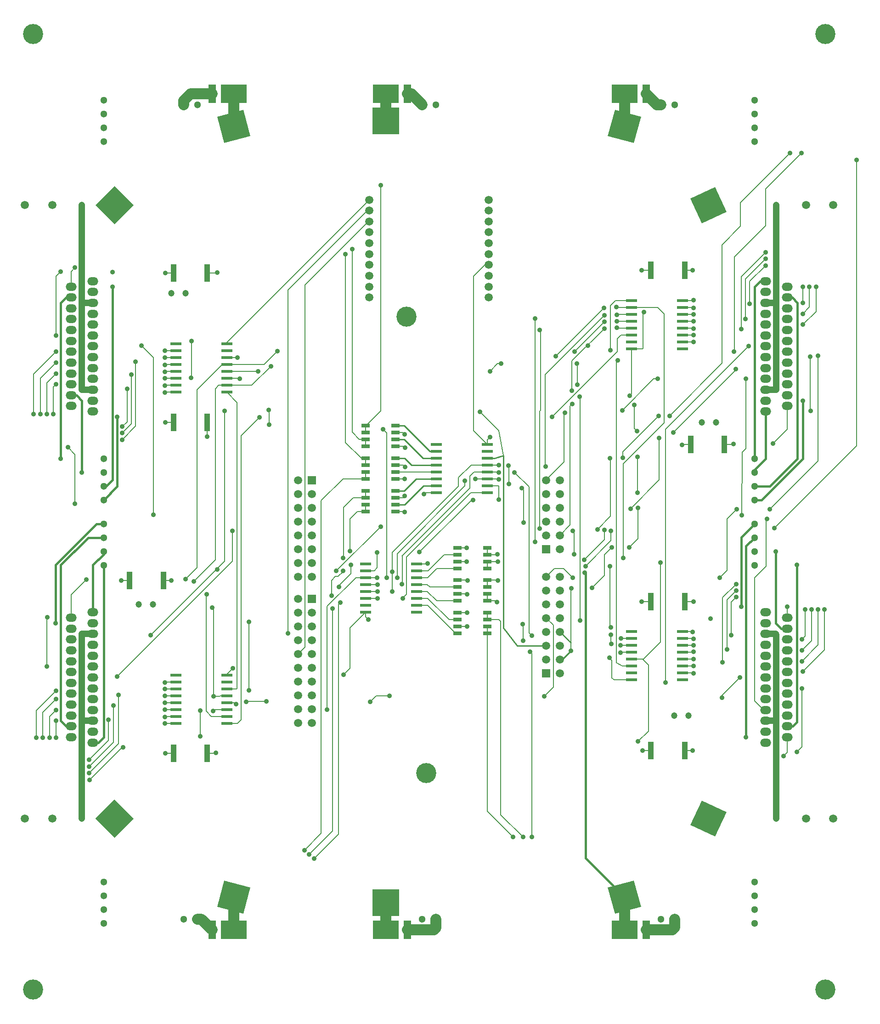
<source format=gtl>
G04 (created by PCBNEW (2013-07-07 BZR 4022)-stable) date 8/26/2014 20:30:28*
%MOIN*%
G04 Gerber Fmt 3.4, Leading zero omitted, Abs format*
%FSLAX34Y34*%
G01*
G70*
G90*
G04 APERTURE LIST*
%ADD10C,0.00590551*%
%ADD11R,0.0393701X0.125984*%
%ADD12C,0.0590551*%
%ADD13R,0.0787402X0.023622*%
%ADD14R,0.0551181X0.132283*%
%ADD15R,0.191339X0.132283*%
%ADD16O,0.0787402X0.0590551*%
%ADD17R,0.19685X0.19685*%
%ADD18R,0.0590551X0.0590551*%
%ADD19C,0.0472441*%
%ADD20R,0.0590551X0.0275591*%
%ADD21C,0.0511811*%
%ADD22C,0.145669*%
%ADD23C,0.035*%
%ADD24C,0.00787402*%
%ADD25C,0.01*%
%ADD26C,0.015748*%
%ADD27C,0.0787402*%
%ADD28C,0.0472441*%
G04 APERTURE END LIST*
G54D10*
G54D11*
X103307Y-54173D03*
X100866Y-54173D03*
X100433Y-41535D03*
X97992Y-41535D03*
X60157Y-64015D03*
X62598Y-64015D03*
X63346Y-76574D03*
X65787Y-76574D03*
X100433Y-76377D03*
X97992Y-76377D03*
X100433Y-65551D03*
X97992Y-65551D03*
X63346Y-41732D03*
X65787Y-41732D03*
X63346Y-52559D03*
X65787Y-52559D03*
G54D12*
X77559Y-36417D03*
X77559Y-37204D03*
X77559Y-37992D03*
X77559Y-38779D03*
X77559Y-39566D03*
X77559Y-40354D03*
X77559Y-41141D03*
X77559Y-41929D03*
X77559Y-42716D03*
X77559Y-43503D03*
X86220Y-43503D03*
X86220Y-42716D03*
X86220Y-41929D03*
X86220Y-41141D03*
X86220Y-40354D03*
X86220Y-39566D03*
X86220Y-38779D03*
X86220Y-37992D03*
X86220Y-37204D03*
X86220Y-36417D03*
G54D13*
X63503Y-70887D03*
X63503Y-71387D03*
X63503Y-71887D03*
X63503Y-72387D03*
X63503Y-72887D03*
X63503Y-73387D03*
X63503Y-73887D03*
X63503Y-74387D03*
X67204Y-74387D03*
X67204Y-73887D03*
X67204Y-73387D03*
X67204Y-72887D03*
X67204Y-72387D03*
X67204Y-71887D03*
X67204Y-71387D03*
X67204Y-70887D03*
X82401Y-54155D03*
X82401Y-54655D03*
X82401Y-55155D03*
X82401Y-55655D03*
X82401Y-56155D03*
X82401Y-56655D03*
X82401Y-57155D03*
X82401Y-57655D03*
X86102Y-57655D03*
X86102Y-57155D03*
X86102Y-56655D03*
X86102Y-56155D03*
X86102Y-55655D03*
X86102Y-55155D03*
X86102Y-54655D03*
X86102Y-54155D03*
X100275Y-71238D03*
X100275Y-70738D03*
X100275Y-70238D03*
X100275Y-69738D03*
X100275Y-69238D03*
X100275Y-68738D03*
X100275Y-68238D03*
X100275Y-67738D03*
X96574Y-67738D03*
X96574Y-68238D03*
X96574Y-68738D03*
X96574Y-69238D03*
X96574Y-69738D03*
X96574Y-70238D03*
X96574Y-70738D03*
X96574Y-71238D03*
X80984Y-66316D03*
X80984Y-65816D03*
X80984Y-65316D03*
X80984Y-64816D03*
X80984Y-64316D03*
X80984Y-63816D03*
X80984Y-63316D03*
X80984Y-62816D03*
X77283Y-62816D03*
X77283Y-63316D03*
X77283Y-63816D03*
X77283Y-64316D03*
X77283Y-64816D03*
X77283Y-65316D03*
X77283Y-65816D03*
X77283Y-66316D03*
X100275Y-47222D03*
X100275Y-46722D03*
X100275Y-46222D03*
X100275Y-45722D03*
X100275Y-45222D03*
X100275Y-44722D03*
X100275Y-44222D03*
X100275Y-43722D03*
X96574Y-43722D03*
X96574Y-44222D03*
X96574Y-44722D03*
X96574Y-45222D03*
X96574Y-45722D03*
X96574Y-46222D03*
X96574Y-46722D03*
X96574Y-47222D03*
X63503Y-46872D03*
X63503Y-47372D03*
X63503Y-47872D03*
X63503Y-48372D03*
X63503Y-48872D03*
X63503Y-49372D03*
X63503Y-49872D03*
X63503Y-50372D03*
X67204Y-50372D03*
X67204Y-49872D03*
X67204Y-49372D03*
X67204Y-48872D03*
X67204Y-48372D03*
X67204Y-47872D03*
X67204Y-47372D03*
X67204Y-46872D03*
G54D14*
X80314Y-28740D03*
G54D15*
X78747Y-28740D03*
G54D14*
X66141Y-89370D03*
G54D15*
X67709Y-89370D03*
G54D14*
X97637Y-89370D03*
G54D15*
X96070Y-89370D03*
G54D14*
X97637Y-28740D03*
G54D15*
X96070Y-28740D03*
G54D14*
X66141Y-28740D03*
G54D15*
X67709Y-28740D03*
G54D14*
X80314Y-89370D03*
G54D15*
X78747Y-89370D03*
G54D16*
X55905Y-51377D03*
X57480Y-51771D03*
X57480Y-50984D03*
X55905Y-50590D03*
X57480Y-49409D03*
X55905Y-49803D03*
X55905Y-49015D03*
X57480Y-50196D03*
X57480Y-48622D03*
X55905Y-48228D03*
X57480Y-47834D03*
X55905Y-47440D03*
X57480Y-47047D03*
X55905Y-46653D03*
X57480Y-46259D03*
X55905Y-45866D03*
X57480Y-45472D03*
X55905Y-45078D03*
X57480Y-44685D03*
X55905Y-44291D03*
X57480Y-43897D03*
X55905Y-43503D03*
X57480Y-43110D03*
X55905Y-42716D03*
X57480Y-42322D03*
X55905Y-75393D03*
X57480Y-75787D03*
X57480Y-75000D03*
X55905Y-74606D03*
X57480Y-73425D03*
X55905Y-73818D03*
X55905Y-73031D03*
X57480Y-74212D03*
X57480Y-72637D03*
X55905Y-72244D03*
X57480Y-71850D03*
X55905Y-71456D03*
X57480Y-71062D03*
X55905Y-70669D03*
X57480Y-70275D03*
X55905Y-69881D03*
X57480Y-69488D03*
X55905Y-69094D03*
X57480Y-68700D03*
X55905Y-68307D03*
X57480Y-67913D03*
X55905Y-67519D03*
X57480Y-67125D03*
X55905Y-66732D03*
X57480Y-66338D03*
X107874Y-42716D03*
X106299Y-42322D03*
X106299Y-43110D03*
X107874Y-43503D03*
X106299Y-44685D03*
X107874Y-44291D03*
X107874Y-45078D03*
X106299Y-43897D03*
X106299Y-45472D03*
X107874Y-45866D03*
X106299Y-46259D03*
X107874Y-46653D03*
X106299Y-47047D03*
X107874Y-47440D03*
X106299Y-47834D03*
X107874Y-48228D03*
X106299Y-48622D03*
X107874Y-49015D03*
X106299Y-49409D03*
X107874Y-49803D03*
X106299Y-50196D03*
X107874Y-50590D03*
X106299Y-50984D03*
X107874Y-51377D03*
X106299Y-51771D03*
X107874Y-66732D03*
X106299Y-66338D03*
X106299Y-67125D03*
X107874Y-67519D03*
X106299Y-68700D03*
X107874Y-68307D03*
X107874Y-69094D03*
X106299Y-67913D03*
X106299Y-69488D03*
X107874Y-69881D03*
X106299Y-70275D03*
X107874Y-70669D03*
X106299Y-71062D03*
X107874Y-71456D03*
X106299Y-71850D03*
X107874Y-72244D03*
X106299Y-72637D03*
X107874Y-73031D03*
X106299Y-73425D03*
X107874Y-73818D03*
X106299Y-74212D03*
X107874Y-74606D03*
X106299Y-75000D03*
X107874Y-75393D03*
X106299Y-75787D03*
G54D10*
G36*
X60447Y-81299D02*
X59055Y-82691D01*
X57663Y-81299D01*
X59055Y-79907D01*
X60447Y-81299D01*
X60447Y-81299D01*
G37*
G36*
X100857Y-36334D02*
X102641Y-35503D01*
X103473Y-37287D01*
X101689Y-38119D01*
X100857Y-36334D01*
X100857Y-36334D01*
G37*
G36*
X102641Y-82607D02*
X100857Y-81775D01*
X101689Y-79991D01*
X103473Y-80823D01*
X102641Y-82607D01*
X102641Y-82607D01*
G37*
G36*
X94857Y-31798D02*
X95367Y-29896D01*
X97268Y-30406D01*
X96758Y-32307D01*
X94857Y-31798D01*
X94857Y-31798D01*
G37*
G36*
X59055Y-38202D02*
X57663Y-36811D01*
X59055Y-35419D01*
X60447Y-36811D01*
X59055Y-38202D01*
X59055Y-38202D01*
G37*
G54D17*
X78740Y-87401D03*
G54D10*
G36*
X67020Y-32307D02*
X66511Y-30406D01*
X68412Y-29896D01*
X68921Y-31798D01*
X67020Y-32307D01*
X67020Y-32307D01*
G37*
G36*
X95367Y-88213D02*
X94857Y-86311D01*
X96758Y-85802D01*
X97268Y-87703D01*
X95367Y-88213D01*
X95367Y-88213D01*
G37*
G54D17*
X78740Y-30708D03*
G54D10*
G36*
X66511Y-87703D02*
X67020Y-85802D01*
X68921Y-86311D01*
X68412Y-88213D01*
X66511Y-87703D01*
X66511Y-87703D01*
G37*
G54D18*
X90389Y-70748D03*
G54D12*
X90389Y-69748D03*
X90389Y-68748D03*
X90389Y-67748D03*
X90389Y-66748D03*
X90389Y-65748D03*
X90389Y-64748D03*
X90389Y-63748D03*
X91389Y-63748D03*
X91389Y-64748D03*
X91389Y-65748D03*
X91389Y-66748D03*
X91389Y-67748D03*
X91389Y-68748D03*
X91389Y-69748D03*
X91389Y-70748D03*
G54D18*
X90389Y-61748D03*
G54D12*
X90389Y-60748D03*
X90389Y-59748D03*
X90389Y-58748D03*
X90389Y-57748D03*
X90389Y-56748D03*
X91389Y-56748D03*
X91389Y-57748D03*
X91389Y-58748D03*
X91389Y-59748D03*
X91389Y-60748D03*
X91389Y-61748D03*
X72389Y-70348D03*
X73389Y-70348D03*
X73389Y-71348D03*
X72389Y-71348D03*
X72389Y-73348D03*
X73389Y-73348D03*
X73389Y-72348D03*
X72389Y-72348D03*
X73389Y-74348D03*
X72389Y-74348D03*
X72389Y-69348D03*
X73389Y-69348D03*
X72389Y-67348D03*
X73389Y-67348D03*
X73389Y-68348D03*
X72389Y-68348D03*
X72389Y-66348D03*
X73389Y-66348D03*
G54D18*
X73389Y-65348D03*
G54D12*
X73389Y-63748D03*
X73389Y-62748D03*
X73389Y-61748D03*
X73389Y-60748D03*
X73389Y-59748D03*
X73389Y-58748D03*
X73389Y-57748D03*
G54D18*
X73389Y-56748D03*
G54D12*
X72389Y-56748D03*
X72389Y-57748D03*
X72389Y-58748D03*
X72389Y-59748D03*
X72389Y-60748D03*
X72389Y-61748D03*
X72389Y-62748D03*
X72389Y-63748D03*
X72389Y-65348D03*
G54D19*
X60826Y-65748D03*
X61850Y-65748D03*
X63188Y-43188D03*
X64212Y-43188D03*
X102716Y-52559D03*
X101692Y-52559D03*
X100708Y-73818D03*
X99685Y-73818D03*
G54D20*
X79429Y-53293D03*
X79429Y-53793D03*
X79429Y-52793D03*
X79429Y-54293D03*
X77263Y-54293D03*
X77263Y-53793D03*
X77263Y-53293D03*
X77263Y-52793D03*
X83956Y-62651D03*
X83956Y-62151D03*
X83956Y-63151D03*
X83956Y-61651D03*
X86122Y-61651D03*
X86122Y-62151D03*
X86122Y-62651D03*
X86122Y-63151D03*
X83956Y-65013D03*
X83956Y-64513D03*
X83956Y-65513D03*
X83956Y-64013D03*
X86122Y-64013D03*
X86122Y-64513D03*
X86122Y-65013D03*
X86122Y-65513D03*
X79429Y-55655D03*
X79429Y-56155D03*
X79429Y-55155D03*
X79429Y-56655D03*
X77263Y-56655D03*
X77263Y-56155D03*
X77263Y-55655D03*
X77263Y-55155D03*
X79429Y-58017D03*
X79429Y-58517D03*
X79429Y-57517D03*
X79429Y-59017D03*
X77263Y-59017D03*
X77263Y-58517D03*
X77263Y-58017D03*
X77263Y-57517D03*
X83956Y-67375D03*
X83956Y-66875D03*
X83956Y-67875D03*
X83956Y-66375D03*
X86122Y-66375D03*
X86122Y-66875D03*
X86122Y-67375D03*
X86122Y-67875D03*
G54D21*
X105511Y-60917D03*
X105511Y-61917D03*
X105511Y-59917D03*
X105511Y-62917D03*
X58267Y-87901D03*
X58267Y-86901D03*
X58267Y-88901D03*
X58267Y-85901D03*
X105511Y-86901D03*
X105511Y-87901D03*
X105511Y-85901D03*
X105511Y-88901D03*
X105511Y-30208D03*
X105511Y-31208D03*
X105511Y-29208D03*
X105511Y-32208D03*
X105511Y-56192D03*
X105511Y-57192D03*
X105511Y-55192D03*
X105511Y-58192D03*
X58267Y-31208D03*
X58267Y-30208D03*
X58267Y-32208D03*
X58267Y-29208D03*
X58267Y-57192D03*
X58267Y-56192D03*
X58267Y-58192D03*
X58267Y-55192D03*
X58267Y-61917D03*
X58267Y-60917D03*
X58267Y-62917D03*
X58267Y-59917D03*
X82389Y-88582D03*
X81389Y-88582D03*
X64066Y-29527D03*
X65066Y-29527D03*
X99712Y-88582D03*
X98712Y-88582D03*
X81389Y-29527D03*
X82389Y-29527D03*
X65066Y-88582D03*
X64066Y-88582D03*
X98712Y-29527D03*
X99712Y-29527D03*
G54D12*
X111220Y-81299D03*
X109251Y-81299D03*
X52559Y-81299D03*
X54527Y-81299D03*
X52559Y-36811D03*
X54527Y-36811D03*
X111220Y-36811D03*
X109251Y-36811D03*
G54D22*
X53149Y-24409D03*
X110629Y-24409D03*
X53149Y-93700D03*
X110629Y-93700D03*
X80236Y-44881D03*
X81692Y-77992D03*
G54D23*
X102322Y-66811D03*
X77480Y-66850D03*
X86299Y-53622D03*
X75669Y-70866D03*
X67637Y-70393D03*
X97480Y-44566D03*
X92204Y-64606D03*
X93700Y-64566D03*
X95157Y-61614D03*
X96417Y-61614D03*
X97047Y-58779D03*
X97007Y-57677D03*
X97007Y-55078D03*
X96968Y-53188D03*
X96771Y-51299D03*
X96456Y-50629D03*
X92165Y-69133D03*
X94960Y-69645D03*
X93188Y-63464D03*
X79212Y-64842D03*
X79212Y-63385D03*
X78149Y-64842D03*
X87677Y-57047D03*
X87637Y-55708D03*
X86929Y-55669D03*
X86929Y-58149D03*
X85078Y-58188D03*
X81181Y-61968D03*
X78110Y-62007D03*
X61889Y-59251D03*
X61023Y-47007D03*
X59251Y-70984D03*
X67598Y-60433D03*
X99055Y-71417D03*
X105078Y-47047D03*
X103149Y-72519D03*
X104448Y-71062D03*
X66141Y-65984D03*
X64212Y-63937D03*
X97047Y-75708D03*
X65275Y-75314D03*
X65275Y-73464D03*
X66259Y-72440D03*
X98661Y-62716D03*
X70866Y-47401D03*
X93425Y-47007D03*
X92283Y-51220D03*
X92244Y-50275D03*
X94606Y-45748D03*
X95511Y-45708D03*
X64803Y-64094D03*
X65748Y-65039D03*
X95472Y-44212D03*
X94566Y-44251D03*
X91062Y-47755D03*
X70393Y-48503D03*
X95984Y-62401D03*
X95000Y-62992D03*
X95078Y-67440D03*
X95826Y-68228D03*
X66496Y-63228D03*
X75157Y-63346D03*
X78385Y-60118D03*
X88740Y-59842D03*
X88622Y-57322D03*
X61692Y-67992D03*
X67047Y-51732D03*
X64606Y-49330D03*
X64645Y-46653D03*
X104566Y-59291D03*
X106417Y-59566D03*
X104881Y-49409D03*
X98464Y-49409D03*
X95905Y-51692D03*
X91732Y-51850D03*
X78818Y-63818D03*
X78543Y-53070D03*
X70275Y-52716D03*
X70236Y-51653D03*
X68149Y-49409D03*
X66220Y-73503D03*
X74488Y-73385D03*
X78110Y-63818D03*
X79566Y-63818D03*
X85236Y-56653D03*
X84488Y-56811D03*
X86929Y-56692D03*
X90354Y-55748D03*
X94606Y-44803D03*
X95511Y-44763D03*
X95787Y-68740D03*
X67992Y-47874D03*
X85590Y-51811D03*
X89330Y-68031D03*
X88070Y-56181D03*
X86929Y-56181D03*
X78149Y-64330D03*
X79921Y-64291D03*
X79960Y-65314D03*
X78149Y-65314D03*
X90236Y-72440D03*
X79015Y-72401D03*
X77598Y-72834D03*
X70078Y-72795D03*
X68622Y-72834D03*
X67874Y-72992D03*
X87125Y-48307D03*
X86299Y-48858D03*
X69488Y-48858D03*
X92834Y-66929D03*
X92795Y-50708D03*
X92637Y-49842D03*
X92598Y-48307D03*
X92440Y-47440D03*
X94606Y-45275D03*
X95511Y-45236D03*
X95078Y-67952D03*
X95118Y-68622D03*
X95787Y-69251D03*
X68818Y-72007D03*
X68818Y-67047D03*
X56181Y-58464D03*
X55669Y-54370D03*
X53188Y-51968D03*
X54803Y-47440D03*
X59685Y-76141D03*
X57244Y-78503D03*
X53385Y-75433D03*
X54803Y-72047D03*
X110118Y-47716D03*
X92322Y-63818D03*
X102992Y-63818D03*
X104212Y-58858D03*
X106614Y-58858D03*
X90826Y-52165D03*
X69566Y-52204D03*
X110590Y-66141D03*
X109015Y-70629D03*
X95039Y-47322D03*
X95590Y-48070D03*
X89566Y-61220D03*
X89566Y-45039D03*
X89921Y-60279D03*
X89921Y-45866D03*
X71653Y-67874D03*
X62716Y-50393D03*
X97362Y-76377D03*
X81771Y-62795D03*
X84606Y-61653D03*
X84606Y-62677D03*
X80118Y-53425D03*
X80157Y-54409D03*
X80157Y-55787D03*
X80118Y-56653D03*
X80118Y-59055D03*
X80118Y-57913D03*
X81496Y-57755D03*
X84685Y-64015D03*
X84645Y-65039D03*
X84645Y-66377D03*
X84645Y-67362D03*
X62716Y-74409D03*
X63188Y-64015D03*
X66417Y-76535D03*
X65787Y-53582D03*
X66496Y-41692D03*
X101062Y-43700D03*
X97322Y-41535D03*
X100236Y-54212D03*
X101023Y-67755D03*
X97322Y-65551D03*
X54133Y-70275D03*
X54173Y-66692D03*
X56692Y-81299D03*
X62716Y-73937D03*
X58622Y-74133D03*
X57204Y-77047D03*
X54803Y-75433D03*
X54803Y-74212D03*
X54763Y-67125D03*
X57007Y-63976D03*
X59527Y-64015D03*
X62716Y-71889D03*
X59330Y-72322D03*
X57204Y-77992D03*
X53858Y-75433D03*
X54803Y-72637D03*
X62755Y-76574D03*
X62716Y-73385D03*
X62716Y-72913D03*
X58976Y-73110D03*
X57204Y-77519D03*
X54330Y-75433D03*
X54803Y-73425D03*
X62716Y-72401D03*
X62716Y-71417D03*
X109527Y-47795D03*
X109566Y-51732D03*
X107874Y-47440D03*
X109015Y-50984D03*
X109015Y-43897D03*
X109015Y-42716D03*
X101062Y-44251D03*
X105157Y-43976D03*
X106299Y-41181D03*
X106850Y-54094D03*
X103976Y-54133D03*
X101062Y-45236D03*
X104842Y-45078D03*
X106299Y-40708D03*
X109488Y-42716D03*
X109015Y-44685D03*
X101023Y-41535D03*
X101062Y-44724D03*
X101062Y-45748D03*
X101062Y-46220D03*
X104527Y-45787D03*
X106299Y-40236D03*
X109960Y-42716D03*
X109015Y-45472D03*
X101062Y-46732D03*
X107086Y-36811D03*
X107047Y-61929D03*
X104527Y-65944D03*
X108937Y-71850D03*
X108582Y-76456D03*
X101062Y-68267D03*
X103818Y-67992D03*
X104173Y-65236D03*
X109173Y-66141D03*
X108937Y-68307D03*
X104881Y-75393D03*
X108582Y-62913D03*
X107598Y-76771D03*
X101023Y-76377D03*
X101062Y-69212D03*
X103503Y-69015D03*
X104173Y-64763D03*
X109645Y-66141D03*
X108937Y-69094D03*
X101062Y-65551D03*
X107874Y-65944D03*
X101062Y-68740D03*
X101062Y-69724D03*
X101062Y-70236D03*
X103188Y-69960D03*
X104173Y-64291D03*
X110118Y-66141D03*
X108937Y-69881D03*
X101062Y-70748D03*
X107086Y-81299D03*
X73543Y-84212D03*
X75433Y-65629D03*
X75354Y-64488D03*
X76220Y-62913D03*
X76141Y-61889D03*
X73188Y-83897D03*
X75629Y-62401D03*
X75629Y-63346D03*
X74803Y-65118D03*
X74881Y-66062D03*
X76299Y-40000D03*
X78385Y-35354D03*
X72834Y-83582D03*
X75826Y-40354D03*
X59251Y-52165D03*
X58897Y-41653D03*
X55157Y-41614D03*
X54803Y-46259D03*
X56692Y-56181D03*
X62716Y-49881D03*
X59960Y-50118D03*
X59606Y-52874D03*
X54606Y-51968D03*
X54803Y-49803D03*
X58897Y-42716D03*
X55157Y-55196D03*
X62755Y-41732D03*
X56181Y-41338D03*
X62716Y-48385D03*
X62755Y-52559D03*
X62716Y-49370D03*
X62716Y-48897D03*
X60275Y-49094D03*
X59606Y-53346D03*
X54133Y-51968D03*
X54803Y-49015D03*
X60590Y-48149D03*
X59606Y-53818D03*
X53661Y-51968D03*
X54803Y-48228D03*
X62716Y-47874D03*
X62716Y-47362D03*
X56692Y-36811D03*
X88700Y-82637D03*
X86850Y-62125D03*
X92401Y-62125D03*
X92322Y-60433D03*
X94094Y-60314D03*
X95000Y-55157D03*
X95944Y-55118D03*
X98543Y-52086D03*
X99330Y-52086D03*
X108070Y-33031D03*
X108897Y-33031D03*
X104015Y-47440D03*
X104133Y-48700D03*
X99606Y-53307D03*
X98582Y-53700D03*
X96496Y-58818D03*
X94606Y-60354D03*
X93149Y-62519D03*
X86889Y-62677D03*
X87992Y-82637D03*
X112913Y-33543D03*
X106929Y-60236D03*
X95078Y-60433D03*
X93228Y-62992D03*
X86889Y-64015D03*
X89330Y-82637D03*
X89212Y-69212D03*
X88700Y-68385D03*
X88661Y-67204D03*
X86811Y-65590D03*
G54D24*
X86220Y-41141D02*
X85944Y-41141D01*
X85118Y-53171D02*
X86102Y-54155D01*
X85118Y-41968D02*
X85118Y-53171D01*
X85944Y-41141D02*
X85118Y-41968D01*
X77283Y-66316D02*
X77283Y-66653D01*
X77283Y-66653D02*
X77480Y-66850D01*
X86102Y-54155D02*
X86102Y-53818D01*
X86102Y-53818D02*
X86299Y-53622D01*
X67204Y-70887D02*
X67204Y-70826D01*
X76141Y-67458D02*
X77283Y-66316D01*
X76141Y-70393D02*
X76141Y-67458D01*
X75669Y-70866D02*
X76141Y-70393D01*
X67204Y-70826D02*
X67637Y-70393D01*
X67204Y-46872D02*
X67204Y-46771D01*
X67204Y-46771D02*
X77559Y-36417D01*
X97480Y-44566D02*
X97401Y-44645D01*
X97401Y-44645D02*
X97401Y-47204D01*
X97401Y-47204D02*
X97383Y-47222D01*
X97383Y-47222D02*
X96574Y-47222D01*
X92165Y-68523D02*
X92165Y-64645D01*
X92165Y-64645D02*
X92204Y-64606D01*
X93700Y-64566D02*
X94606Y-63661D01*
X94606Y-63661D02*
X94606Y-62165D01*
X94606Y-62165D02*
X95157Y-61614D01*
X96417Y-61614D02*
X97047Y-60984D01*
X97047Y-60984D02*
X97047Y-58779D01*
X97007Y-57677D02*
X97007Y-55078D01*
X96574Y-50511D02*
X96574Y-47222D01*
X96968Y-53188D02*
X96771Y-52992D01*
X96771Y-52992D02*
X96771Y-51299D01*
X96456Y-50629D02*
X96574Y-50511D01*
X92165Y-69094D02*
X92165Y-69133D01*
X92165Y-69094D02*
X92165Y-68523D01*
X94960Y-69645D02*
X95157Y-69842D01*
X95157Y-69842D02*
X95157Y-71102D01*
X95157Y-71102D02*
X95293Y-71238D01*
X95293Y-71238D02*
X96574Y-71238D01*
G54D25*
X91389Y-69748D02*
X91551Y-69748D01*
X91551Y-69748D02*
X92165Y-69133D01*
X92165Y-68523D02*
X91389Y-67748D01*
G54D26*
X93228Y-84173D02*
X96062Y-87007D01*
X93228Y-63503D02*
X93228Y-84173D01*
X93188Y-63464D02*
X93228Y-63503D01*
G54D27*
X78747Y-89370D02*
X78747Y-87408D01*
X78747Y-87408D02*
X78740Y-87401D01*
X96070Y-89370D02*
X96070Y-87014D01*
X96070Y-87014D02*
X96062Y-87007D01*
X67709Y-28740D02*
X67709Y-31095D01*
X67709Y-31095D02*
X67716Y-31102D01*
X96070Y-28740D02*
X96070Y-31095D01*
X96070Y-31095D02*
X96062Y-31102D01*
X78747Y-28740D02*
X78747Y-30701D01*
X78747Y-30701D02*
X78740Y-30708D01*
X67716Y-87007D02*
X67716Y-89362D01*
X67716Y-89362D02*
X67709Y-89370D01*
G54D24*
X79212Y-63385D02*
X79212Y-62007D01*
X79212Y-62007D02*
X84015Y-57204D01*
X84015Y-57204D02*
X84015Y-56574D01*
X84015Y-56574D02*
X84935Y-55655D01*
X86102Y-55655D02*
X84935Y-55655D01*
X78124Y-64816D02*
X78149Y-64842D01*
X78124Y-64816D02*
X77283Y-64816D01*
X79212Y-64842D02*
X79212Y-63385D01*
X86102Y-55655D02*
X86915Y-55655D01*
X87677Y-55748D02*
X87677Y-57047D01*
X87637Y-55708D02*
X87677Y-55748D01*
X86915Y-55655D02*
X86929Y-55669D01*
X77283Y-63316D02*
X77903Y-63316D01*
X86919Y-57155D02*
X86102Y-57155D01*
X86929Y-57165D02*
X86919Y-57155D01*
X86929Y-58149D02*
X86929Y-57165D01*
X84960Y-58188D02*
X85078Y-58188D01*
X81181Y-61968D02*
X84960Y-58188D01*
X78110Y-63110D02*
X78110Y-62007D01*
X77903Y-63316D02*
X78110Y-63110D01*
X61889Y-47874D02*
X61889Y-59251D01*
X61023Y-47007D02*
X61889Y-47874D01*
X59251Y-70984D02*
X67598Y-62637D01*
X67598Y-62637D02*
X67598Y-60433D01*
X99055Y-53070D02*
X99055Y-71417D01*
X105078Y-47047D02*
X99055Y-53070D01*
X103149Y-72362D02*
X103149Y-72519D01*
X104448Y-71062D02*
X103149Y-72362D01*
X66259Y-72440D02*
X66259Y-66102D01*
X66259Y-66102D02*
X66141Y-65984D01*
X64212Y-63937D02*
X65039Y-63110D01*
X65039Y-63110D02*
X65039Y-50196D01*
X65039Y-50196D02*
X66864Y-48372D01*
X66864Y-48372D02*
X67204Y-48372D01*
X67204Y-72387D02*
X66718Y-72387D01*
X97795Y-70157D02*
X97375Y-69738D01*
X97795Y-74960D02*
X97795Y-70157D01*
X97047Y-75708D02*
X97795Y-74960D01*
X65275Y-73464D02*
X65275Y-75314D01*
X66665Y-72440D02*
X66259Y-72440D01*
X66718Y-72387D02*
X66665Y-72440D01*
X96574Y-69738D02*
X97375Y-69738D01*
X97375Y-69738D02*
X97427Y-69738D01*
X98661Y-68503D02*
X98661Y-62716D01*
X97427Y-69738D02*
X98661Y-68503D01*
X67204Y-48372D02*
X69895Y-48372D01*
X69895Y-48372D02*
X70866Y-47401D01*
X96574Y-45722D02*
X95525Y-45722D01*
X92125Y-60011D02*
X91389Y-60748D01*
X92125Y-51377D02*
X92125Y-60011D01*
X92283Y-51220D02*
X92125Y-51377D01*
X92244Y-48110D02*
X92244Y-50275D01*
X94606Y-45748D02*
X92244Y-48110D01*
X95525Y-45722D02*
X95511Y-45708D01*
X67204Y-73887D02*
X66092Y-73887D01*
X66624Y-49872D02*
X67204Y-49872D01*
X66377Y-50118D02*
X66624Y-49872D01*
X66377Y-62519D02*
X66377Y-50118D01*
X64803Y-64094D02*
X66377Y-62519D01*
X65708Y-65078D02*
X65748Y-65039D01*
X65708Y-73503D02*
X65708Y-65078D01*
X66092Y-73887D02*
X65708Y-73503D01*
X67204Y-49872D02*
X69025Y-49872D01*
X95482Y-44222D02*
X96574Y-44222D01*
X95472Y-44212D02*
X95482Y-44222D01*
X91062Y-47755D02*
X94566Y-44251D01*
X69025Y-49872D02*
X70393Y-48503D01*
X96574Y-44222D02*
X98474Y-44222D01*
X95984Y-55551D02*
X95984Y-62401D01*
X98937Y-52598D02*
X95984Y-55551D01*
X98937Y-44685D02*
X98937Y-52598D01*
X98474Y-44222D02*
X98937Y-44685D01*
X96574Y-68238D02*
X95836Y-68238D01*
X95000Y-67362D02*
X95000Y-62992D01*
X95078Y-67440D02*
X95000Y-67362D01*
X95836Y-68238D02*
X95826Y-68228D01*
X66496Y-63228D02*
X66476Y-63208D01*
X78385Y-60118D02*
X75157Y-63346D01*
X88740Y-57440D02*
X88740Y-59842D01*
X88622Y-57322D02*
X88740Y-57440D01*
X61692Y-67992D02*
X66476Y-63208D01*
X66476Y-63208D02*
X67047Y-62637D01*
X67047Y-62637D02*
X67047Y-51732D01*
X64606Y-49330D02*
X64645Y-49291D01*
X64645Y-49291D02*
X64645Y-46653D01*
X104606Y-54724D02*
X104566Y-59291D01*
X106338Y-62992D02*
X105511Y-63818D01*
X106338Y-59645D02*
X106338Y-62992D01*
X106417Y-59566D02*
X106338Y-59645D01*
X106299Y-73425D02*
X106181Y-73425D01*
X104881Y-54448D02*
X104881Y-49409D01*
X104606Y-54724D02*
X104881Y-54448D01*
X105511Y-72755D02*
X105511Y-63818D01*
X106181Y-73425D02*
X105511Y-72755D01*
X90389Y-56748D02*
X90389Y-56736D01*
X98188Y-49409D02*
X98464Y-49409D01*
X95905Y-51692D02*
X98188Y-49409D01*
X91692Y-51889D02*
X91732Y-51850D01*
X91692Y-55433D02*
X91692Y-51889D01*
X90389Y-56736D02*
X91692Y-55433D01*
X78818Y-53346D02*
X78818Y-63818D01*
X78543Y-53070D02*
X78818Y-53346D01*
X67204Y-49372D02*
X68112Y-49372D01*
X70275Y-51692D02*
X70275Y-52716D01*
X70236Y-51653D02*
X70275Y-51692D01*
X68112Y-49372D02*
X68149Y-49409D01*
X77283Y-63816D02*
X76576Y-63816D01*
X66336Y-73387D02*
X67204Y-73387D01*
X66220Y-73503D02*
X66336Y-73387D01*
X74488Y-65905D02*
X74488Y-73385D01*
X76576Y-63816D02*
X74488Y-65905D01*
X78108Y-63816D02*
X78110Y-63818D01*
X78108Y-63816D02*
X77283Y-63816D01*
X79566Y-62086D02*
X84488Y-57165D01*
X79566Y-63818D02*
X79566Y-62086D01*
X86102Y-56655D02*
X85238Y-56655D01*
X85236Y-56653D02*
X85238Y-56655D01*
X84488Y-57165D02*
X84488Y-56811D01*
X86102Y-56655D02*
X86891Y-56655D01*
X86891Y-56655D02*
X86929Y-56692D01*
X96574Y-44722D02*
X95553Y-44722D01*
X90314Y-55708D02*
X90354Y-55748D01*
X90314Y-49094D02*
X90314Y-55708D01*
X94606Y-44803D02*
X90314Y-49094D01*
X95553Y-44722D02*
X95511Y-44763D01*
X96574Y-68738D02*
X95789Y-68738D01*
X95789Y-68738D02*
X95787Y-68740D01*
G54D25*
X87283Y-54960D02*
X87283Y-67480D01*
X88275Y-68748D02*
X90389Y-68748D01*
X87283Y-67480D02*
X88275Y-68748D01*
G54D24*
X67204Y-47872D02*
X67990Y-47872D01*
X67990Y-47872D02*
X67992Y-47874D01*
X85590Y-51811D02*
X86929Y-53149D01*
X86929Y-53149D02*
X87283Y-54960D01*
G54D25*
X86655Y-55155D02*
X86102Y-55155D01*
X87283Y-54960D02*
X86655Y-55155D01*
G54D24*
X86102Y-56155D02*
X86903Y-56155D01*
X89133Y-67834D02*
X89330Y-68031D01*
X89133Y-57244D02*
X89133Y-67834D01*
X88070Y-56181D02*
X89133Y-57244D01*
X86903Y-56155D02*
X86929Y-56181D01*
X78135Y-64316D02*
X78149Y-64330D01*
X77283Y-64316D02*
X78135Y-64316D01*
X79940Y-64271D02*
X79940Y-62224D01*
X79921Y-64291D02*
X79940Y-64271D01*
X85143Y-56155D02*
X86102Y-56155D01*
X84842Y-56456D02*
X85143Y-56155D01*
X84842Y-57322D02*
X84842Y-56456D01*
X79921Y-62244D02*
X79940Y-62224D01*
X79940Y-62224D02*
X84842Y-57322D01*
X77283Y-65316D02*
X78147Y-65316D01*
X79958Y-65316D02*
X80236Y-65039D01*
X80236Y-65039D02*
X80236Y-62322D01*
X80236Y-62322D02*
X84903Y-57655D01*
X84903Y-57655D02*
X86102Y-57655D01*
X79960Y-65314D02*
X79958Y-65316D01*
X78147Y-65316D02*
X78149Y-65314D01*
X67204Y-72887D02*
X67769Y-72887D01*
X90905Y-67263D02*
X90389Y-66748D01*
X90905Y-71771D02*
X90905Y-67263D01*
X90236Y-72440D02*
X90905Y-71771D01*
X78031Y-72401D02*
X79015Y-72401D01*
X77598Y-72834D02*
X78031Y-72401D01*
X68661Y-72795D02*
X70078Y-72795D01*
X68622Y-72834D02*
X68661Y-72795D01*
X67769Y-72887D02*
X67874Y-72992D01*
X67204Y-48872D02*
X69474Y-48872D01*
X86850Y-48307D02*
X87125Y-48307D01*
X86299Y-48858D02*
X86850Y-48307D01*
X69474Y-48872D02*
X69488Y-48858D01*
X96574Y-45222D02*
X95525Y-45222D01*
X92834Y-64566D02*
X92834Y-66929D01*
X92834Y-50748D02*
X92834Y-64566D01*
X92795Y-50708D02*
X92834Y-50748D01*
X92637Y-48346D02*
X92637Y-49842D01*
X92598Y-48307D02*
X92637Y-48346D01*
X94606Y-45275D02*
X92440Y-47440D01*
X95525Y-45222D02*
X95511Y-45236D01*
X96574Y-69238D02*
X95801Y-69238D01*
X95078Y-68582D02*
X95078Y-67952D01*
X95118Y-68622D02*
X95078Y-68582D01*
X95801Y-69238D02*
X95787Y-69251D01*
X68818Y-67047D02*
X68818Y-72007D01*
X56181Y-54881D02*
X56181Y-58464D01*
X55669Y-54370D02*
X56181Y-54881D01*
X53188Y-49055D02*
X53188Y-51968D01*
X54803Y-47440D02*
X53188Y-49055D01*
X59606Y-76141D02*
X59685Y-76141D01*
X57244Y-78503D02*
X59606Y-76141D01*
X53385Y-73464D02*
X53385Y-75433D01*
X54803Y-72047D02*
X53385Y-73464D01*
X67204Y-71887D02*
X67915Y-71887D01*
X67952Y-51120D02*
X67204Y-50372D01*
X67952Y-71850D02*
X67952Y-51120D01*
X67915Y-71887D02*
X67952Y-71850D01*
X110118Y-47716D02*
X110118Y-55354D01*
X90988Y-63149D02*
X90389Y-63748D01*
X91653Y-63149D02*
X90988Y-63149D01*
X92322Y-63818D02*
X91653Y-63149D01*
X103503Y-63307D02*
X102992Y-63818D01*
X103503Y-59566D02*
X103503Y-63307D01*
X104212Y-58858D02*
X103503Y-59566D01*
X110118Y-55354D02*
X106614Y-58858D01*
X68208Y-74153D02*
X68228Y-74133D01*
X68228Y-74133D02*
X68228Y-53543D01*
X95824Y-46222D02*
X96574Y-46222D01*
X95551Y-46496D02*
X95824Y-46222D01*
X95551Y-47440D02*
X95551Y-46496D01*
X90826Y-52165D02*
X95551Y-47440D01*
X68228Y-53543D02*
X69566Y-52204D01*
X67204Y-74387D02*
X67974Y-74387D01*
X67974Y-74387D02*
X68208Y-74153D01*
X110590Y-69055D02*
X110590Y-66141D01*
X109015Y-70629D02*
X110590Y-69055D01*
X96574Y-70238D02*
X95907Y-70238D01*
X95411Y-43722D02*
X95039Y-44094D01*
X95039Y-44094D02*
X95039Y-47322D01*
X95590Y-48070D02*
X95472Y-48188D01*
X95472Y-48188D02*
X95472Y-70000D01*
X95411Y-43722D02*
X96574Y-43722D01*
X95907Y-70238D02*
X95472Y-70000D01*
X89566Y-45039D02*
X89566Y-58503D01*
X89566Y-58503D02*
X89566Y-61220D01*
X89960Y-51692D02*
X89960Y-45905D01*
X89960Y-51692D02*
X89921Y-51732D01*
X89921Y-51732D02*
X89921Y-60279D01*
X89960Y-45905D02*
X89921Y-45866D01*
X77559Y-37204D02*
X77401Y-37204D01*
X77401Y-37204D02*
X71653Y-42952D01*
X71653Y-42952D02*
X71653Y-67874D01*
X77559Y-37992D02*
X77480Y-37992D01*
X77480Y-37992D02*
X72874Y-42598D01*
X72874Y-42598D02*
X72874Y-68863D01*
X72874Y-68863D02*
X72389Y-69348D01*
X63503Y-50372D02*
X62738Y-50372D01*
X62738Y-50372D02*
X62716Y-50393D01*
X97992Y-76377D02*
X97362Y-76377D01*
X80984Y-62816D02*
X81750Y-62816D01*
X81750Y-62816D02*
X81771Y-62795D01*
X83956Y-61651D02*
X84604Y-61651D01*
X84604Y-61651D02*
X84606Y-61653D01*
X83956Y-62651D02*
X84580Y-62651D01*
X84580Y-62651D02*
X84606Y-62677D01*
X79429Y-53293D02*
X79986Y-53293D01*
X79986Y-53293D02*
X80118Y-53425D01*
X79429Y-54293D02*
X80041Y-54293D01*
X80041Y-54293D02*
X80157Y-54409D01*
X79429Y-55655D02*
X80025Y-55655D01*
X80025Y-55655D02*
X80157Y-55787D01*
X79429Y-56655D02*
X80116Y-56655D01*
X80116Y-56655D02*
X80118Y-56653D01*
X79429Y-59017D02*
X80080Y-59017D01*
X80080Y-59017D02*
X80118Y-59055D01*
X79429Y-58017D02*
X80013Y-58017D01*
X80013Y-58017D02*
X80118Y-57913D01*
X82401Y-57655D02*
X81596Y-57655D01*
X81596Y-57655D02*
X81496Y-57755D01*
X83956Y-64013D02*
X84683Y-64013D01*
X84683Y-64013D02*
X84685Y-64015D01*
X83956Y-65013D02*
X84620Y-65013D01*
X84620Y-65013D02*
X84645Y-65039D01*
X83956Y-66375D02*
X84643Y-66375D01*
X84643Y-66375D02*
X84645Y-66377D01*
X83956Y-67375D02*
X84631Y-67375D01*
X84631Y-67375D02*
X84645Y-67362D01*
X63503Y-74387D02*
X62738Y-74387D01*
X62738Y-74387D02*
X62716Y-74409D01*
X62598Y-64015D02*
X63188Y-64015D01*
X65787Y-76574D02*
X66377Y-76574D01*
X66377Y-76574D02*
X66417Y-76535D01*
X65787Y-52559D02*
X65787Y-53582D01*
X65787Y-41732D02*
X66456Y-41732D01*
X66456Y-41732D02*
X66496Y-41692D01*
X100275Y-43722D02*
X101041Y-43722D01*
X101041Y-43722D02*
X101062Y-43700D01*
X97992Y-41535D02*
X97322Y-41535D01*
X100866Y-54173D02*
X100275Y-54173D01*
X100275Y-54173D02*
X100236Y-54212D01*
X100275Y-67738D02*
X101005Y-67738D01*
X101005Y-67738D02*
X101023Y-67755D01*
X97992Y-65551D02*
X97322Y-65551D01*
G54D26*
X55905Y-74606D02*
X55551Y-74606D01*
X57153Y-60917D02*
X58267Y-60917D01*
X55157Y-62913D02*
X57153Y-60917D01*
X55157Y-74212D02*
X55157Y-62913D01*
X55551Y-74606D02*
X55157Y-74212D01*
X58267Y-62917D02*
X58267Y-75393D01*
X57874Y-75787D02*
X57480Y-75787D01*
X58267Y-75393D02*
X57874Y-75787D01*
G54D24*
X54133Y-66732D02*
X54133Y-70275D01*
X54173Y-66692D02*
X54133Y-66732D01*
G54D28*
X56692Y-74212D02*
X56692Y-67913D01*
X56692Y-67913D02*
X57480Y-67913D01*
X57480Y-74212D02*
X56692Y-74212D01*
X56692Y-74645D02*
X56692Y-81299D01*
X56692Y-74212D02*
X56692Y-74645D01*
G54D24*
X62765Y-73887D02*
X63503Y-73887D01*
X62716Y-73937D02*
X62765Y-73887D01*
X58622Y-75629D02*
X58622Y-74133D01*
X57204Y-77047D02*
X58622Y-75629D01*
X54803Y-74212D02*
X54803Y-75433D01*
G54D26*
X58267Y-61917D02*
X58267Y-62125D01*
X57480Y-62913D02*
X57480Y-66338D01*
X58267Y-62125D02*
X57480Y-62913D01*
X58267Y-59917D02*
X57759Y-59917D01*
X54763Y-62913D02*
X54763Y-67125D01*
X57759Y-59917D02*
X54763Y-62913D01*
G54D24*
X60157Y-64015D02*
X59527Y-64015D01*
X55905Y-65078D02*
X55905Y-66732D01*
X57007Y-63976D02*
X55905Y-65078D01*
X59330Y-72755D02*
X59330Y-72322D01*
X62718Y-71887D02*
X62716Y-71889D01*
X62718Y-71887D02*
X63503Y-71887D01*
X59330Y-75866D02*
X59330Y-72755D01*
X57204Y-77992D02*
X59330Y-75866D01*
X53858Y-73582D02*
X53858Y-75433D01*
X54803Y-72637D02*
X53858Y-73582D01*
X62755Y-76574D02*
X63346Y-76574D01*
X62716Y-73385D02*
X62718Y-73387D01*
X62718Y-73387D02*
X63503Y-73387D01*
X62742Y-72887D02*
X63503Y-72887D01*
X62716Y-72913D02*
X62742Y-72887D01*
X58976Y-75748D02*
X58976Y-73110D01*
X57204Y-77519D02*
X58976Y-75748D01*
X54330Y-73897D02*
X54330Y-75433D01*
X54803Y-73425D02*
X54330Y-73897D01*
X62716Y-72401D02*
X62730Y-72387D01*
X62730Y-72387D02*
X63503Y-72387D01*
X62716Y-71417D02*
X62746Y-71387D01*
X62746Y-71387D02*
X63503Y-71387D01*
G54D26*
X107874Y-43503D02*
X108228Y-43503D01*
X108622Y-55196D02*
X106625Y-57192D01*
X106625Y-57192D02*
X105511Y-57192D01*
X108622Y-43897D02*
X108622Y-55196D01*
X108228Y-43503D02*
X108622Y-43897D01*
X107874Y-43503D02*
X108149Y-43503D01*
X105511Y-55192D02*
X105511Y-42716D01*
X105905Y-42322D02*
X106299Y-42322D01*
X105511Y-42716D02*
X105905Y-42322D01*
G54D24*
X109527Y-51692D02*
X109527Y-47795D01*
X109566Y-51732D02*
X109527Y-51692D01*
G54D26*
X105511Y-56192D02*
X105511Y-55984D01*
X106299Y-55196D02*
X106299Y-51771D01*
X105511Y-55984D02*
X106299Y-55196D01*
X105511Y-58192D02*
X106019Y-58192D01*
X109015Y-55196D02*
X109015Y-50984D01*
X106019Y-58192D02*
X109015Y-55196D01*
G54D24*
X109015Y-43897D02*
X109015Y-42716D01*
X101033Y-44222D02*
X100275Y-44222D01*
X101062Y-44251D02*
X101033Y-44222D01*
X105157Y-42322D02*
X105157Y-43976D01*
X106299Y-41181D02*
X105157Y-42322D01*
X103307Y-54173D02*
X103937Y-54173D01*
X107874Y-53070D02*
X107874Y-51377D01*
X106850Y-54094D02*
X107874Y-53070D01*
X103937Y-54173D02*
X103976Y-54133D01*
X101049Y-45222D02*
X100275Y-45222D01*
X101062Y-45236D02*
X101049Y-45222D01*
X104842Y-42165D02*
X104842Y-45078D01*
X106299Y-40708D02*
X104842Y-42165D01*
X109488Y-44212D02*
X109488Y-42716D01*
X109015Y-44685D02*
X109488Y-44212D01*
X101023Y-41535D02*
X100433Y-41535D01*
X101062Y-44724D02*
X101061Y-44722D01*
X101061Y-44722D02*
X100275Y-44722D01*
X101062Y-45748D02*
X101037Y-45722D01*
X101037Y-45722D02*
X100275Y-45722D01*
X101061Y-46222D02*
X100275Y-46222D01*
X101062Y-46220D02*
X101061Y-46222D01*
X104527Y-42007D02*
X104527Y-45787D01*
X106299Y-40236D02*
X104527Y-42007D01*
X109960Y-44527D02*
X109960Y-42716D01*
X109015Y-45472D02*
X109960Y-44527D01*
X101062Y-46732D02*
X101053Y-46722D01*
X101053Y-46722D02*
X100275Y-46722D01*
G54D28*
X107086Y-36811D02*
X107086Y-37480D01*
X107086Y-43582D02*
X107086Y-43897D01*
X107086Y-43582D02*
X107086Y-41929D01*
X107086Y-41929D02*
X107086Y-37480D01*
X107086Y-43897D02*
X107086Y-50196D01*
X107086Y-50196D02*
X106299Y-50196D01*
X106299Y-43897D02*
X107086Y-43897D01*
G54D26*
X107874Y-67519D02*
X107440Y-67519D01*
X107047Y-67125D02*
X107047Y-61929D01*
X107440Y-67519D02*
X107047Y-67125D01*
X105511Y-59917D02*
X105511Y-59921D01*
X104527Y-65787D02*
X104527Y-65944D01*
X104527Y-61771D02*
X104527Y-65787D01*
X104527Y-60905D02*
X104527Y-61771D01*
X105511Y-59921D02*
X104527Y-60905D01*
G54D24*
X108937Y-76102D02*
X108937Y-71850D01*
X108582Y-76456D02*
X108937Y-76102D01*
X101033Y-68238D02*
X100275Y-68238D01*
X101062Y-68267D02*
X101033Y-68238D01*
X103818Y-65590D02*
X103818Y-67992D01*
X104173Y-65236D02*
X103818Y-65590D01*
X109173Y-68070D02*
X109173Y-66141D01*
X108937Y-68307D02*
X109173Y-68070D01*
G54D26*
X105511Y-60917D02*
X105500Y-60917D01*
X104881Y-61535D02*
X104881Y-75393D01*
X105500Y-60917D02*
X104881Y-61535D01*
X108267Y-74606D02*
X107874Y-74606D01*
X108582Y-74291D02*
X108267Y-74606D01*
X108582Y-62913D02*
X108582Y-74291D01*
G54D24*
X100433Y-76377D02*
X101023Y-76377D01*
X107874Y-76496D02*
X107874Y-75393D01*
X107598Y-76771D02*
X107874Y-76496D01*
X101037Y-69238D02*
X100275Y-69238D01*
X101062Y-69212D02*
X101037Y-69238D01*
X103503Y-65433D02*
X103503Y-69015D01*
X104173Y-64763D02*
X103503Y-65433D01*
X109645Y-68385D02*
X109645Y-66141D01*
X108937Y-69094D02*
X109645Y-68385D01*
X107874Y-66732D02*
X107874Y-65944D01*
X101062Y-65551D02*
X100433Y-65551D01*
X101061Y-68738D02*
X100275Y-68738D01*
X101062Y-68740D02*
X101061Y-68738D01*
X101049Y-69738D02*
X100275Y-69738D01*
X101062Y-69724D02*
X101049Y-69738D01*
X101061Y-70238D02*
X100275Y-70238D01*
X101062Y-70236D02*
X101061Y-70238D01*
X103188Y-65275D02*
X103188Y-69960D01*
X104173Y-64291D02*
X103188Y-65275D01*
X110118Y-68700D02*
X110118Y-66141D01*
X108937Y-69881D02*
X110118Y-68700D01*
X101053Y-70738D02*
X100275Y-70738D01*
X101062Y-70748D02*
X101053Y-70738D01*
G54D28*
X107086Y-81299D02*
X107086Y-80629D01*
X107086Y-80629D02*
X107086Y-74212D01*
X107086Y-74212D02*
X107086Y-67952D01*
X107086Y-67952D02*
X107047Y-67913D01*
X107047Y-67913D02*
X106299Y-67913D01*
X106299Y-74212D02*
X107086Y-74212D01*
G54D24*
X77263Y-59017D02*
X76690Y-59017D01*
X75314Y-82440D02*
X73543Y-84212D01*
X75314Y-65748D02*
X75314Y-82440D01*
X75433Y-65629D02*
X75314Y-65748D01*
X75354Y-64409D02*
X75354Y-64488D01*
X76220Y-63543D02*
X75354Y-64409D01*
X76220Y-62913D02*
X76220Y-63543D01*
X76141Y-59566D02*
X76141Y-61889D01*
X76690Y-59017D02*
X76141Y-59566D01*
X77263Y-58517D02*
X77263Y-59017D01*
X76391Y-58017D02*
X77263Y-58017D01*
X75669Y-58740D02*
X76391Y-58017D01*
X75669Y-62362D02*
X75669Y-58740D01*
X75629Y-62401D02*
X75669Y-62362D01*
X75629Y-63385D02*
X75629Y-63346D01*
X75275Y-63740D02*
X75629Y-63385D01*
X75078Y-63740D02*
X75275Y-63740D01*
X74803Y-64015D02*
X75078Y-63740D01*
X74803Y-65118D02*
X74803Y-64015D01*
X74881Y-82204D02*
X74881Y-66062D01*
X73188Y-83897D02*
X74881Y-82204D01*
X77263Y-57517D02*
X77263Y-58017D01*
X77263Y-53793D02*
X76824Y-53793D01*
X76299Y-53267D02*
X76299Y-40000D01*
X76824Y-53793D02*
X76299Y-53267D01*
X77263Y-54293D02*
X77263Y-53793D01*
X77263Y-52793D02*
X77324Y-52793D01*
X78385Y-51732D02*
X78385Y-35354D01*
X77324Y-52793D02*
X78385Y-51732D01*
X77263Y-53293D02*
X77263Y-52793D01*
G54D25*
X82401Y-54655D02*
X81938Y-54655D01*
X80076Y-52793D02*
X79429Y-52793D01*
X81938Y-54655D02*
X80076Y-52793D01*
X82401Y-55155D02*
X81454Y-55155D01*
X80092Y-53793D02*
X79429Y-53793D01*
X81454Y-55155D02*
X80092Y-53793D01*
X82401Y-55655D02*
X80616Y-55655D01*
X80116Y-55155D02*
X79429Y-55155D01*
X80616Y-55655D02*
X80116Y-55155D01*
X82401Y-57155D02*
X81466Y-57155D01*
X80104Y-58517D02*
X79429Y-58517D01*
X81466Y-57155D02*
X80104Y-58517D01*
X82401Y-56655D02*
X80942Y-56655D01*
X80080Y-57517D02*
X79429Y-57517D01*
X80942Y-56655D02*
X80080Y-57517D01*
G54D24*
X82401Y-56155D02*
X79429Y-56155D01*
X77263Y-56655D02*
X75627Y-56655D01*
X75627Y-56655D02*
X74055Y-58228D01*
X74055Y-58228D02*
X74055Y-82362D01*
X74055Y-82362D02*
X72834Y-83582D01*
X77263Y-56155D02*
X77263Y-56655D01*
X77263Y-55155D02*
X76966Y-55155D01*
X75826Y-54015D02*
X75826Y-40354D01*
X76966Y-55155D02*
X75826Y-54015D01*
X77263Y-55655D02*
X77263Y-55155D01*
G54D26*
X58267Y-58192D02*
X58267Y-58188D01*
X59251Y-57204D02*
X59251Y-52165D01*
X58267Y-58188D02*
X59251Y-57204D01*
G54D24*
X55157Y-41614D02*
X54803Y-41968D01*
X54803Y-41968D02*
X54803Y-46259D01*
G54D26*
X55905Y-50590D02*
X56299Y-50590D01*
X56692Y-50984D02*
X56692Y-56181D01*
X56299Y-50590D02*
X56692Y-50984D01*
G54D24*
X62726Y-49872D02*
X62716Y-49881D01*
X62726Y-49872D02*
X63503Y-49872D01*
X59960Y-52519D02*
X59960Y-50118D01*
X59606Y-52874D02*
X59960Y-52519D01*
X54606Y-50000D02*
X54606Y-51968D01*
X54803Y-49803D02*
X54606Y-50000D01*
G54D26*
X58437Y-57192D02*
X58897Y-56732D01*
X58897Y-56732D02*
X58897Y-42716D01*
X58267Y-57192D02*
X58437Y-57192D01*
X55551Y-43503D02*
X55157Y-43897D01*
X55157Y-43897D02*
X55157Y-52007D01*
X55905Y-43503D02*
X55551Y-43503D01*
X55157Y-55196D02*
X55157Y-52007D01*
X55629Y-43503D02*
X55905Y-43503D01*
G54D24*
X63346Y-41732D02*
X62755Y-41732D01*
X55905Y-41771D02*
X55905Y-42716D01*
X56181Y-41338D02*
X55905Y-41614D01*
X55905Y-41614D02*
X55905Y-41771D01*
X62730Y-48372D02*
X63503Y-48372D01*
X62716Y-48385D02*
X62730Y-48372D01*
X63346Y-52559D02*
X62755Y-52559D01*
X62718Y-49372D02*
X63503Y-49372D01*
X62716Y-49370D02*
X62718Y-49372D01*
X62742Y-48872D02*
X62716Y-48897D01*
X62742Y-48872D02*
X63503Y-48872D01*
X60275Y-52677D02*
X60275Y-49094D01*
X59606Y-53346D02*
X60275Y-52677D01*
X54133Y-49685D02*
X54133Y-51968D01*
X54803Y-49015D02*
X54133Y-49685D01*
X60590Y-52834D02*
X60590Y-48149D01*
X59606Y-53818D02*
X60590Y-52834D01*
X53661Y-49370D02*
X53661Y-51968D01*
X54803Y-48228D02*
X53661Y-49370D01*
X63503Y-47872D02*
X62718Y-47872D01*
X62718Y-47872D02*
X62716Y-47874D01*
X62726Y-47372D02*
X63503Y-47372D01*
X62716Y-47362D02*
X62726Y-47372D01*
G54D28*
X56692Y-43897D02*
X56692Y-36811D01*
X57480Y-43897D02*
X56692Y-43897D01*
X56692Y-50196D02*
X57480Y-50196D01*
X56692Y-50157D02*
X56692Y-50196D01*
X56692Y-46811D02*
X56692Y-50157D01*
X56692Y-45826D02*
X56692Y-46811D01*
X56692Y-44842D02*
X56692Y-45826D01*
X56692Y-43897D02*
X56692Y-44842D01*
G54D24*
X86954Y-66875D02*
X86122Y-66875D01*
X87086Y-67007D02*
X86954Y-66875D01*
X87086Y-81023D02*
X87086Y-67007D01*
X88700Y-82637D02*
X87086Y-81023D01*
X86122Y-66375D02*
X86122Y-66875D01*
X86824Y-62151D02*
X86122Y-62151D01*
X86850Y-62125D02*
X86824Y-62151D01*
X92401Y-60511D02*
X92401Y-62125D01*
X92322Y-60433D02*
X92401Y-60511D01*
X95039Y-59370D02*
X94094Y-60314D01*
X95039Y-55196D02*
X95039Y-59370D01*
X95000Y-55157D02*
X95039Y-55196D01*
X95944Y-54685D02*
X95944Y-55118D01*
X98543Y-52086D02*
X95944Y-54685D01*
X103149Y-48267D02*
X99330Y-52086D01*
X103149Y-39685D02*
X103149Y-48267D01*
X104488Y-38346D02*
X103149Y-39685D01*
X104488Y-36614D02*
X104488Y-38346D01*
X108070Y-33031D02*
X104488Y-36614D01*
X86122Y-62151D02*
X86122Y-61651D01*
X86122Y-62651D02*
X86864Y-62651D01*
X106299Y-35629D02*
X108897Y-33031D01*
X106299Y-38307D02*
X106299Y-35629D01*
X104055Y-40551D02*
X106299Y-38307D01*
X104055Y-47401D02*
X104055Y-40551D01*
X104015Y-47440D02*
X104055Y-47401D01*
X104133Y-48779D02*
X104133Y-48700D01*
X99606Y-53307D02*
X104133Y-48779D01*
X98582Y-56732D02*
X98582Y-53700D01*
X96496Y-58818D02*
X98582Y-56732D01*
X94606Y-61062D02*
X94606Y-60354D01*
X93149Y-62519D02*
X94606Y-61062D01*
X86864Y-62651D02*
X86889Y-62677D01*
X86122Y-62651D02*
X86122Y-63151D01*
X86122Y-67875D02*
X86122Y-80767D01*
X86122Y-80767D02*
X87992Y-82637D01*
X86122Y-67375D02*
X86122Y-67875D01*
X83956Y-67875D02*
X83820Y-67875D01*
X81761Y-65816D02*
X80984Y-65816D01*
X83820Y-67875D02*
X81761Y-65816D01*
X83956Y-66875D02*
X83332Y-66875D01*
X81773Y-65316D02*
X80984Y-65316D01*
X83332Y-66875D02*
X81773Y-65316D01*
X83956Y-65513D02*
X82442Y-65513D01*
X81746Y-64816D02*
X80984Y-64816D01*
X82442Y-65513D02*
X81746Y-64816D01*
X83956Y-62151D02*
X82966Y-62151D01*
X81801Y-63316D02*
X80984Y-63316D01*
X82966Y-62151D02*
X81801Y-63316D01*
X83956Y-63151D02*
X82438Y-63151D01*
X81773Y-63816D02*
X80984Y-63816D01*
X82438Y-63151D02*
X81773Y-63816D01*
X83956Y-64513D02*
X81954Y-64513D01*
X81757Y-64316D02*
X80984Y-64316D01*
X81954Y-64513D02*
X81757Y-64316D01*
X86122Y-64013D02*
X86887Y-64013D01*
X112913Y-54251D02*
X112913Y-33543D01*
X106929Y-60236D02*
X112913Y-54251D01*
X95078Y-61141D02*
X95078Y-60433D01*
X93228Y-62992D02*
X95078Y-61141D01*
X86887Y-64013D02*
X86889Y-64015D01*
X86122Y-64013D02*
X86122Y-64513D01*
X86122Y-65513D02*
X86734Y-65513D01*
X89330Y-69330D02*
X89330Y-82637D01*
X89212Y-69212D02*
X89330Y-69330D01*
X88700Y-67244D02*
X88700Y-68385D01*
X88661Y-67204D02*
X88700Y-67244D01*
X86734Y-65513D02*
X86811Y-65590D01*
X86122Y-65013D02*
X86122Y-65513D01*
G54D27*
X82389Y-88582D02*
X82389Y-89224D01*
X82244Y-89370D02*
X80314Y-89370D01*
X82389Y-89224D02*
X82244Y-89370D01*
X66141Y-28740D02*
X64566Y-28740D01*
X64066Y-29240D02*
X64066Y-29527D01*
X64566Y-28740D02*
X64066Y-29240D01*
X99712Y-88582D02*
X99712Y-89185D01*
X99527Y-89370D02*
X97637Y-89370D01*
X99712Y-89185D02*
X99527Y-89370D01*
X80314Y-28740D02*
X80602Y-28740D01*
X80602Y-28740D02*
X81389Y-29527D01*
X65066Y-88582D02*
X65354Y-88582D01*
X65354Y-88582D02*
X66141Y-89370D01*
X98712Y-29527D02*
X98425Y-29527D01*
X98425Y-29527D02*
X97637Y-28740D01*
M02*

</source>
